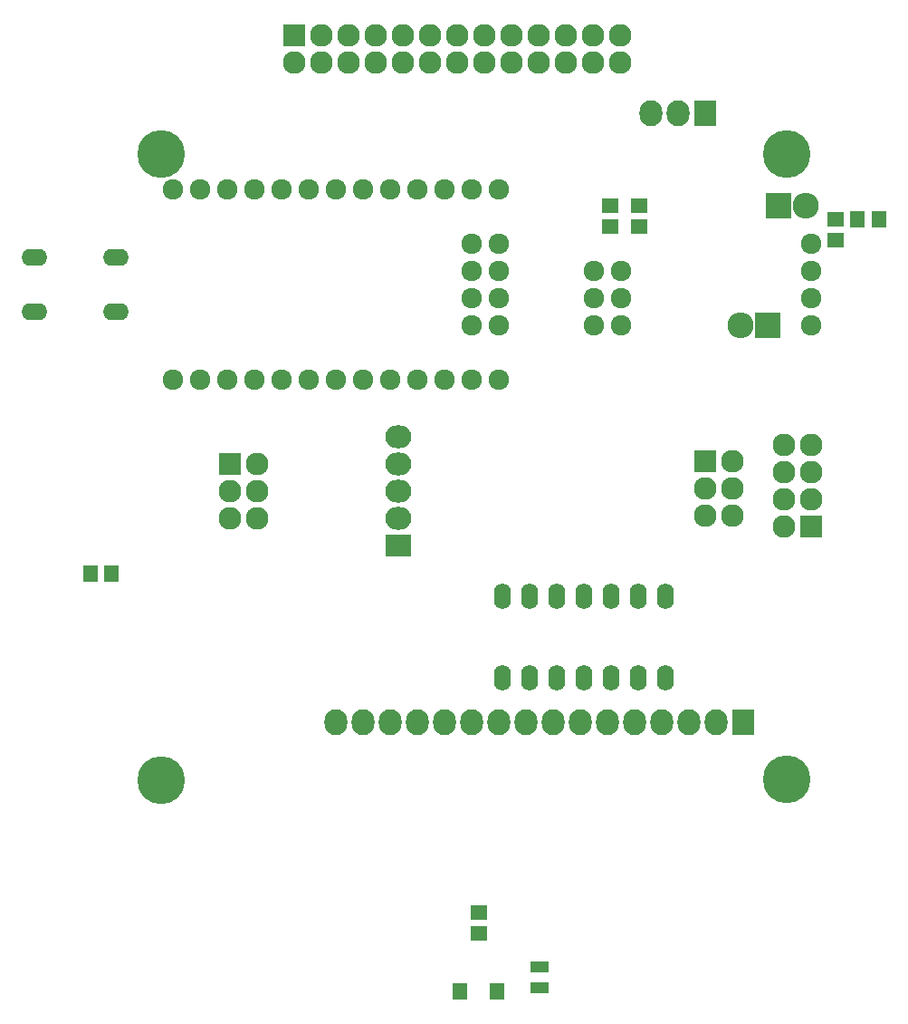
<source format=gbs>
G04 #@! TF.FileFunction,Soldermask,Bot*
%FSLAX46Y46*%
G04 Gerber Fmt 4.6, Leading zero omitted, Abs format (unit mm)*
G04 Created by KiCad (PCBNEW 4.0.1-stable) date Tuesday, April 05, 2016 'PMt' 08:52:22 PM*
%MOMM*%
G01*
G04 APERTURE LIST*
%ADD10C,0.100000*%
%ADD11C,4.464000*%
%ADD12C,1.924000*%
%ADD13R,2.432000X2.432000*%
%ADD14O,2.432000X2.432000*%
%ADD15R,1.650000X1.400000*%
%ADD16R,1.400000X1.650000*%
%ADD17R,1.700000X1.100000*%
%ADD18R,2.127200X2.127200*%
%ADD19O,2.127200X2.127200*%
%ADD20R,2.432000X2.127200*%
%ADD21O,2.432000X2.127200*%
%ADD22R,2.127200X2.432000*%
%ADD23O,2.127200X2.432000*%
%ADD24O,1.600000X2.400000*%
%ADD25R,1.400000X1.600000*%
%ADD26O,2.400000X1.600000*%
G04 APERTURE END LIST*
D10*
D11*
X138557000Y-66548000D03*
X197104000Y-124968000D03*
X138557000Y-125095000D03*
D12*
X199390000Y-74930000D03*
X199390000Y-77470000D03*
X199390000Y-80010000D03*
X199390000Y-82550000D03*
X181610000Y-82550000D03*
X181610000Y-80010000D03*
X181610000Y-77470000D03*
X179070000Y-77470000D03*
X179070000Y-80010000D03*
X179070000Y-82550000D03*
D13*
X196342000Y-71374000D03*
D14*
X198882000Y-71374000D03*
D15*
X168275000Y-137430000D03*
X168275000Y-139430000D03*
X180594000Y-73390000D03*
X180594000Y-71390000D03*
X201676000Y-74660000D03*
X201676000Y-72660000D03*
D16*
X205724000Y-72644000D03*
X203724000Y-72644000D03*
D15*
X183261000Y-73390000D03*
X183261000Y-71390000D03*
D16*
X133969000Y-105791000D03*
X131969000Y-105791000D03*
D17*
X173990000Y-144460000D03*
X173990000Y-142560000D03*
D18*
X199390000Y-101346000D03*
D19*
X196850000Y-101346000D03*
X199390000Y-98806000D03*
X196850000Y-98806000D03*
X199390000Y-96266000D03*
X196850000Y-96266000D03*
X199390000Y-93726000D03*
X196850000Y-93726000D03*
D20*
X160782000Y-103124000D03*
D21*
X160782000Y-100584000D03*
X160782000Y-98044000D03*
X160782000Y-95504000D03*
X160782000Y-92964000D03*
D22*
X193040000Y-119634000D03*
D23*
X190500000Y-119634000D03*
X187960000Y-119634000D03*
X185420000Y-119634000D03*
X182880000Y-119634000D03*
X180340000Y-119634000D03*
X177800000Y-119634000D03*
X175260000Y-119634000D03*
X172720000Y-119634000D03*
X170180000Y-119634000D03*
X167640000Y-119634000D03*
X165100000Y-119634000D03*
X162560000Y-119634000D03*
X160020000Y-119634000D03*
X157480000Y-119634000D03*
X154940000Y-119634000D03*
D18*
X145034000Y-95504000D03*
D19*
X147574000Y-95504000D03*
X145034000Y-98044000D03*
X147574000Y-98044000D03*
X145034000Y-100584000D03*
X147574000Y-100584000D03*
D18*
X189484000Y-95250000D03*
D19*
X192024000Y-95250000D03*
X189484000Y-97790000D03*
X192024000Y-97790000D03*
X189484000Y-100330000D03*
X192024000Y-100330000D03*
D22*
X189484000Y-62738000D03*
D23*
X186944000Y-62738000D03*
X184404000Y-62738000D03*
D12*
X139700000Y-69850000D03*
X139700000Y-87630000D03*
X142240000Y-69850000D03*
X142240000Y-87630000D03*
X144780000Y-69850000D03*
X144780000Y-87630000D03*
X147320000Y-69850000D03*
X147320000Y-87630000D03*
X149860000Y-69850000D03*
X149860000Y-87630000D03*
X152400000Y-69850000D03*
X152400000Y-87630000D03*
X154940000Y-69850000D03*
X154940000Y-87630000D03*
X157480000Y-69850000D03*
X157480000Y-87630000D03*
X160020000Y-69850000D03*
X160020000Y-87630000D03*
X162560000Y-69850000D03*
X162560000Y-87630000D03*
X165100000Y-69850000D03*
X165100000Y-87630000D03*
X167640000Y-69850000D03*
X167640000Y-87630000D03*
X170180000Y-69850000D03*
X170180000Y-87630000D03*
X170180000Y-74930000D03*
X170180000Y-77470000D03*
X170180000Y-80010000D03*
X170180000Y-82550000D03*
X167640000Y-82550000D03*
X167640000Y-80010000D03*
X167640000Y-77470000D03*
X167640000Y-74930000D03*
D13*
X195326000Y-82550000D03*
D14*
X192786000Y-82550000D03*
D24*
X170484800Y-107924600D03*
X170484800Y-115544600D03*
X173024800Y-107924600D03*
X173024800Y-115544600D03*
X175564800Y-107924600D03*
X175564800Y-115544600D03*
X178104800Y-107924600D03*
X178104800Y-115544600D03*
X180644800Y-107924600D03*
X180644800Y-115544600D03*
X183184800Y-107924600D03*
X183184800Y-115544600D03*
X185724800Y-107924600D03*
X185724800Y-115544600D03*
D25*
X169975000Y-144780000D03*
X166575000Y-144780000D03*
D18*
X151003000Y-55499000D03*
D19*
X151003000Y-58039000D03*
X153543000Y-55499000D03*
X153543000Y-58039000D03*
X156083000Y-55499000D03*
X156083000Y-58039000D03*
X158623000Y-55499000D03*
X158623000Y-58039000D03*
X161163000Y-55499000D03*
X161163000Y-58039000D03*
X163703000Y-55499000D03*
X163703000Y-58039000D03*
X166243000Y-55499000D03*
X166243000Y-58039000D03*
X168783000Y-55499000D03*
X168783000Y-58039000D03*
X171323000Y-55499000D03*
X171323000Y-58039000D03*
X173863000Y-55499000D03*
X173863000Y-58039000D03*
X176403000Y-55499000D03*
X176403000Y-58039000D03*
X178943000Y-55499000D03*
X178943000Y-58039000D03*
X181483000Y-55499000D03*
X181483000Y-58039000D03*
D26*
X134366000Y-76200000D03*
X126746000Y-76200000D03*
X134366000Y-81280000D03*
X126746000Y-81280000D03*
D11*
X197104000Y-66548000D03*
M02*

</source>
